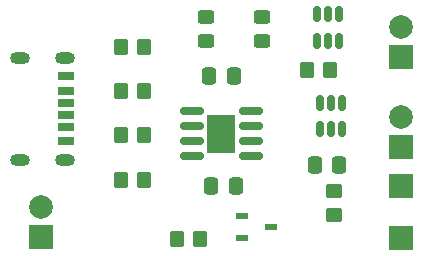
<source format=gbr>
%TF.GenerationSoftware,KiCad,Pcbnew,9.0.7-9.0.7~ubuntu24.04.1*%
%TF.CreationDate,2026-01-27T10:33:46-05:00*%
%TF.ProjectId,battery-charging-experimentation,62617474-6572-4792-9d63-68617267696e,rev?*%
%TF.SameCoordinates,Original*%
%TF.FileFunction,Soldermask,Top*%
%TF.FilePolarity,Negative*%
%FSLAX46Y46*%
G04 Gerber Fmt 4.6, Leading zero omitted, Abs format (unit mm)*
G04 Created by KiCad (PCBNEW 9.0.7-9.0.7~ubuntu24.04.1) date 2026-01-27 10:33:46*
%MOMM*%
%LPD*%
G01*
G04 APERTURE LIST*
G04 Aperture macros list*
%AMRoundRect*
0 Rectangle with rounded corners*
0 $1 Rounding radius*
0 $2 $3 $4 $5 $6 $7 $8 $9 X,Y pos of 4 corners*
0 Add a 4 corners polygon primitive as box body*
4,1,4,$2,$3,$4,$5,$6,$7,$8,$9,$2,$3,0*
0 Add four circle primitives for the rounded corners*
1,1,$1+$1,$2,$3*
1,1,$1+$1,$4,$5*
1,1,$1+$1,$6,$7*
1,1,$1+$1,$8,$9*
0 Add four rect primitives between the rounded corners*
20,1,$1+$1,$2,$3,$4,$5,0*
20,1,$1+$1,$4,$5,$6,$7,0*
20,1,$1+$1,$6,$7,$8,$9,0*
20,1,$1+$1,$8,$9,$2,$3,0*%
G04 Aperture macros list end*
%ADD10C,2.000000*%
%ADD11R,2.000000X2.000000*%
%ADD12RoundRect,0.250000X0.350000X0.450000X-0.350000X0.450000X-0.350000X-0.450000X0.350000X-0.450000X0*%
%ADD13RoundRect,0.250000X0.337500X0.475000X-0.337500X0.475000X-0.337500X-0.475000X0.337500X-0.475000X0*%
%ADD14RoundRect,0.250000X-0.350000X-0.450000X0.350000X-0.450000X0.350000X0.450000X-0.350000X0.450000X0*%
%ADD15R,1.400000X0.800000*%
%ADD16O,1.700000X1.000000*%
%ADD17RoundRect,0.250000X0.450000X-0.350000X0.450000X0.350000X-0.450000X0.350000X-0.450000X-0.350000X0*%
%ADD18RoundRect,0.250000X0.450000X-0.325000X0.450000X0.325000X-0.450000X0.325000X-0.450000X-0.325000X0*%
%ADD19R,1.070000X0.600000*%
%ADD20RoundRect,0.150000X-0.150000X0.512500X-0.150000X-0.512500X0.150000X-0.512500X0.150000X0.512500X0*%
%ADD21RoundRect,0.250000X-0.337500X-0.475000X0.337500X-0.475000X0.337500X0.475000X-0.337500X0.475000X0*%
%ADD22RoundRect,0.150000X-0.825000X-0.150000X0.825000X-0.150000X0.825000X0.150000X-0.825000X0.150000X0*%
%ADD23R,2.410000X3.300000*%
G04 APERTURE END LIST*
D10*
%TO.C,Extra1*%
X56750000Y-65330000D03*
D11*
X56750000Y-67870000D03*
%TD*%
%TO.C,Battery1*%
X87230000Y-52630000D03*
D10*
X87230000Y-50090000D03*
%TD*%
D12*
%TO.C,R5*%
X81250000Y-53750000D03*
X79250000Y-53750000D03*
%TD*%
D13*
%TO.C,C1*%
X73250000Y-63500000D03*
X71175000Y-63500000D03*
%TD*%
D12*
%TO.C,R2*%
X70250000Y-68000000D03*
X68250000Y-68000000D03*
%TD*%
D14*
%TO.C,R_PROG1*%
X63500000Y-55500000D03*
X65500000Y-55500000D03*
%TD*%
D15*
%TO.C,J1*%
X58900000Y-56500000D03*
X58900000Y-58520000D03*
X58900000Y-59750000D03*
X58900000Y-57500000D03*
X58900000Y-55480000D03*
X58900000Y-54250000D03*
D16*
X58800000Y-52680000D03*
X55000000Y-52680000D03*
X58800000Y-61320000D03*
X55000000Y-61320000D03*
%TD*%
D14*
%TO.C,R_CC2*%
X63500000Y-63000000D03*
X65500000Y-63000000D03*
%TD*%
D17*
%TO.C,R6*%
X81550000Y-66000000D03*
X81550000Y-64000000D03*
%TD*%
D18*
%TO.C,D1*%
X70750000Y-51250000D03*
X70750000Y-49200000D03*
%TD*%
D10*
%TO.C,Out1*%
X87230000Y-57710000D03*
D11*
X87230000Y-60250000D03*
%TD*%
D19*
%TO.C,Q2*%
X73770000Y-66050000D03*
X73770000Y-67950000D03*
X76250000Y-67000000D03*
%TD*%
D11*
%TO.C,D3*%
X87250000Y-63550000D03*
X87250000Y-67950000D03*
%TD*%
D20*
%TO.C,U2*%
X82250000Y-56475000D03*
X81300000Y-56475000D03*
X80350000Y-56475000D03*
X80350000Y-58750000D03*
X81300000Y-58750000D03*
X82250000Y-58750000D03*
%TD*%
D21*
%TO.C,C2*%
X71000000Y-54250000D03*
X73075000Y-54250000D03*
%TD*%
D12*
%TO.C,R1*%
X65500000Y-51750000D03*
X63500000Y-51750000D03*
%TD*%
D14*
%TO.C,R_CC1*%
X63500000Y-59250000D03*
X65500000Y-59250000D03*
%TD*%
D20*
%TO.C,Q1*%
X82000000Y-48975000D03*
X81050000Y-48975000D03*
X80100000Y-48975000D03*
X80100000Y-51250000D03*
X81050000Y-51250000D03*
X82000000Y-51250000D03*
%TD*%
D22*
%TO.C,U3*%
X69575000Y-57190000D03*
X69575000Y-58460000D03*
X69575000Y-59730000D03*
X69575000Y-61000000D03*
X74525000Y-61000000D03*
X74525000Y-59730000D03*
X74525000Y-58460000D03*
X74525000Y-57190000D03*
D23*
X72050000Y-59095000D03*
%TD*%
D13*
%TO.C,C3*%
X82000000Y-61750000D03*
X79925000Y-61750000D03*
%TD*%
D18*
%TO.C,D2*%
X75500000Y-51275000D03*
X75500000Y-49225000D03*
%TD*%
M02*

</source>
